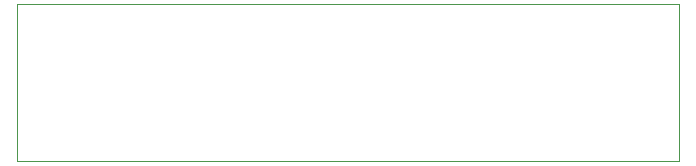
<source format=gbr>
%TF.GenerationSoftware,KiCad,Pcbnew,6.0.9+dfsg-1*%
%TF.CreationDate,2023-01-17T16:08:27-08:00*%
%TF.ProjectId,backup_beeper_kicad,6261636b-7570-45f6-9265-657065725f6b,rev?*%
%TF.SameCoordinates,PX7616b68PY59a0560*%
%TF.FileFunction,Profile,NP*%
%FSLAX46Y46*%
G04 Gerber Fmt 4.6, Leading zero omitted, Abs format (unit mm)*
G04 Created by KiCad (PCBNEW 6.0.9+dfsg-1) date 2023-01-17 16:08:27*
%MOMM*%
%LPD*%
G01*
G04 APERTURE LIST*
%TA.AperFunction,Profile*%
%ADD10C,0.100000*%
%TD*%
G04 APERTURE END LIST*
D10*
X56007000Y0D02*
X0Y0D01*
X56007000Y-13335000D02*
X56007000Y0D01*
X0Y-13335000D02*
X56007000Y-13335000D01*
X0Y0D02*
X0Y-13335000D01*
M02*

</source>
